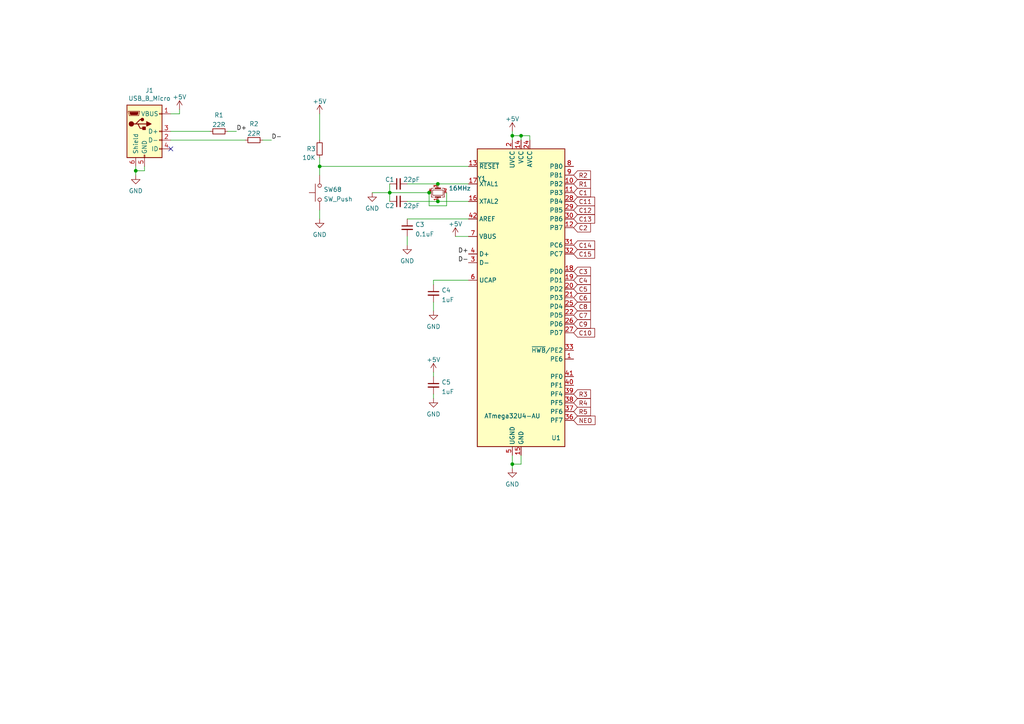
<source format=kicad_sch>
(kicad_sch (version 20211123) (generator eeschema)
  (paper "A4")
  (lib_symbols
    (symbol "Connector:USB_B_Micro" (pin_names (offset 1.016))
      (property "Reference" "J" (at -5.08 11.43 0))
      (property "Value" "USB_B_Micro" (at -5.08 8.89 0))
      (symbol "USB_B_Micro_0_1"
        (rectangle (start -5.08 -7.62) (end 5.08 7.62) (stroke (width 0.254)) (fill (type background)))
        (circle (center -3.81 2.159) (radius 0.635) (stroke (width 0.254)) (fill (type outline)))
        (circle (center -0.635 3.429) (radius 0.381) (stroke (width 0.254)) (fill (type outline)))
        (rectangle (start -0.127 -7.62) (end 0.127 -6.858))
        (polyline (pts (xy -1.905 2.159) (xy 0.635 2.159)) (stroke (width 0.254)))
        (polyline (pts (xy -3.175 2.159) (xy -2.54 2.159) (xy -1.27 3.429) (xy -0.635 3.429)) (stroke (width 0.254)))
        (polyline (pts (xy -2.54 2.159) (xy -1.905 2.159) (xy -1.27 0.889) (xy 0 0.889)) (stroke (width 0.254)))
        (polyline (pts (xy 0.635 2.794) (xy 0.635 1.524) (xy 1.905 2.159) (xy 0.635 2.794)) (stroke (width 0.254)) (fill (type outline)))
        (polyline (pts (xy -4.318 5.588) (xy -1.778 5.588) (xy -2.032 4.826) (xy -4.064 4.826) (xy -4.318 5.588)) (fill (type outline)))
        (polyline (pts (xy -4.699 5.842) (xy -4.699 5.588) (xy -4.445 4.826) (xy -4.445 4.572) (xy -1.651 4.572) (xy -1.651 4.826) (xy -1.397 5.588) (xy -1.397 5.842) (xy -4.699 5.842)))
        (rectangle (start 0.254 1.27) (end -0.508 0.508) (stroke (width 0.254)) (fill (type outline)))
        (rectangle (start 5.08 -5.207) (end 4.318 -4.953))
        (rectangle (start 5.08 -2.667) (end 4.318 -2.413))
        (rectangle (start 5.08 -0.127) (end 4.318 0.127))
        (rectangle (start 5.08 4.953) (end 4.318 5.207))
      )
      (symbol "USB_B_Micro_1_1"
        (pin power_out line (at 7.62 5.08 180) (length 2.54) (name "VBUS") (number "1"))
        (pin bidirectional line (at 7.62 -2.54 180) (length 2.54) (name "D-") (number "2"))
        (pin bidirectional line (at 7.62 0 180) (length 2.54) (name "D+") (number "3"))
        (pin passive line (at 7.62 -5.08 180) (length 2.54) (name "ID") (number "4"))
        (pin power_out line (at 0 -10.16 90) (length 2.54) (name "GND") (number "5"))
        (pin passive line (at -2.54 -10.16 90) (length 2.54) (name "Shield") (number "6"))
      )
    )
    (symbol "Device:C_Small" (pin_numbers hide) (pin_names (offset 0.254) hide)
      (property "Reference" "C" (at 0.254 1.778 0))
      (property "Value" "C_Small" (at 0.254 -2.032 0))
      (symbol "C_Small_0_1"
        (polyline (pts (xy -1.524 -0.508) (xy 1.524 -0.508)) (stroke (width 0.3302)))
        (polyline (pts (xy -1.524 0.508) (xy 1.524 0.508)) (stroke (width 0.3048)))
      )
      (symbol "C_Small_1_1"
        (pin passive line (at 0 2.54 270) (length 2.032) (name "~") (number "1"))
        (pin passive line (at 0 -2.54 90) (length 2.032) (name "~") (number "2"))
      )
    )
    (symbol "Device:Crystal_GND24_Small" (pin_names (offset 1.016) hide)
      (property "Reference" "Y" (at 1.27 4.445 0))
      (property "Value" "Crystal_GND24_Small" (at 1.27 2.54 0))
      (symbol "Crystal_GND24_Small_0_1"
        (rectangle (start -0.762 -1.524) (end 0.762 1.524))
        (polyline (pts (xy -1.27 -0.762) (xy -1.27 0.762)) (stroke (width 0.381)))
        (polyline (pts (xy 1.27 -0.762) (xy 1.27 0.762)) (stroke (width 0.381)))
        (polyline (pts (xy -1.27 -1.27) (xy -1.27 -1.905) (xy 1.27 -1.905) (xy 1.27 -1.27)))
        (polyline (pts (xy -1.27 1.27) (xy -1.27 1.905) (xy 1.27 1.905) (xy 1.27 1.27)))
      )
      (symbol "Crystal_GND24_Small_1_1"
        (pin passive line (at -2.54 0 0) (length 1.27) (name "1") (number "1"))
        (pin passive line (at 0 -2.54 90) (length 0.635) (name "2") (number "2"))
        (pin passive line (at 2.54 0 180) (length 1.27) (name "3") (number "3"))
        (pin passive line (at 0 2.54 270) (length 0.635) (name "4") (number "4"))
      )
    )
    (symbol "Device:R_Small" (pin_numbers hide) (pin_names (offset 0.254) hide)
      (property "Reference" "R" (at 0.762 0.508 0))
      (property "Value" "R_Small" (at 0.762 -1.016 0))
      (symbol "R_Small_0_1"
        (rectangle (start -0.762 1.778) (end 0.762 -1.778) (stroke (width 0.2032)))
      )
      (symbol "R_Small_1_1"
        (pin passive line (at 0 2.54 270) (length 0.762) (name "~") (number "1"))
        (pin passive line (at 0 -2.54 90) (length 0.762) (name "~") (number "2"))
      )
    )
    (symbol "MCU_Microchip_ATmega:ATmega32U4-AU"
      (property "Reference" "U" (at -12.7 44.45 0))
      (property "Value" "MCU_Microchip_ATmega_ATmega32U4-AU" (at 2.54 -44.45 0))
      (symbol "ATmega32U4-AU_0_1"
        (rectangle (start -12.7 -43.18) (end 12.7 43.18) (stroke (width 0.254)) (fill (type background)))
      )
      (symbol "ATmega32U4-AU_1_1"
        (pin bidirectional line (at 15.24 -17.78 180) (length 2.54) (name "PE6") (number "1"))
        (pin bidirectional line (at 15.24 33.02 180) (length 2.54) (name "PB2") (number "10"))
        (pin bidirectional line (at 15.24 30.48 180) (length 2.54) (name "PB3") (number "11"))
        (pin bidirectional line (at 15.24 20.32 180) (length 2.54) (name "PB7") (number "12"))
        (pin input line (at -15.24 38.1 0) (length 2.54) (name "~{RESET}") (number "13"))
        (pin power_in line (at 0 45.72 270) (length 2.54) (name "VCC") (number "14"))
        (pin power_in line (at 0 -45.72 90) (length 2.54) (name "GND") (number "15"))
        (pin output line (at -15.24 27.94 0) (length 2.54) (name "XTAL2") (number "16"))
        (pin input line (at -15.24 33.02 0) (length 2.54) (name "XTAL1") (number "17"))
        (pin bidirectional line (at 15.24 7.62 180) (length 2.54) (name "PD0") (number "18"))
        (pin bidirectional line (at 15.24 5.08 180) (length 2.54) (name "PD1") (number "19"))
        (pin power_in line (at -2.54 45.72 270) (length 2.54) (name "UVCC") (number "2"))
        (pin bidirectional line (at 15.24 2.54 180) (length 2.54) (name "PD2") (number "20"))
        (pin bidirectional line (at 15.24 0 180) (length 2.54) (name "PD3") (number "21"))
        (pin bidirectional line (at 15.24 -5.08 180) (length 2.54) (name "PD5") (number "22"))
        (pin passive line (at 0 -45.72 90) (length 2.54) hide (name "GND") (number "23"))
        (pin power_in line (at 2.54 45.72 270) (length 2.54) (name "AVCC") (number "24"))
        (pin bidirectional line (at 15.24 -2.54 180) (length 2.54) (name "PD4") (number "25"))
        (pin bidirectional line (at 15.24 -7.62 180) (length 2.54) (name "PD6") (number "26"))
        (pin bidirectional line (at 15.24 -10.16 180) (length 2.54) (name "PD7") (number "27"))
        (pin bidirectional line (at 15.24 27.94 180) (length 2.54) (name "PB4") (number "28"))
        (pin bidirectional line (at 15.24 25.4 180) (length 2.54) (name "PB5") (number "29"))
        (pin bidirectional line (at -15.24 10.16 0) (length 2.54) (name "D-") (number "3"))
        (pin bidirectional line (at 15.24 22.86 180) (length 2.54) (name "PB6") (number "30"))
        (pin bidirectional line (at 15.24 15.24 180) (length 2.54) (name "PC6") (number "31"))
        (pin bidirectional line (at 15.24 12.7 180) (length 2.54) (name "PC7") (number "32"))
        (pin bidirectional line (at 15.24 -15.24 180) (length 2.54) (name "~{HWB}/PE2") (number "33"))
        (pin passive line (at 0 45.72 270) (length 2.54) hide (name "VCC") (number "34"))
        (pin passive line (at 0 -45.72 90) (length 2.54) hide (name "GND") (number "35"))
        (pin bidirectional line (at 15.24 -35.56 180) (length 2.54) (name "PF7") (number "36"))
        (pin bidirectional line (at 15.24 -33.02 180) (length 2.54) (name "PF6") (number "37"))
        (pin bidirectional line (at 15.24 -30.48 180) (length 2.54) (name "PF5") (number "38"))
        (pin bidirectional line (at 15.24 -27.94 180) (length 2.54) (name "PF4") (number "39"))
        (pin bidirectional line (at -15.24 12.7 0) (length 2.54) (name "D+") (number "4"))
        (pin bidirectional line (at 15.24 -25.4 180) (length 2.54) (name "PF1") (number "40"))
        (pin bidirectional line (at 15.24 -22.86 180) (length 2.54) (name "PF0") (number "41"))
        (pin passive line (at -15.24 22.86 0) (length 2.54) (name "AREF") (number "42"))
        (pin passive line (at 0 -45.72 90) (length 2.54) hide (name "GND") (number "43"))
        (pin passive line (at 2.54 45.72 270) (length 2.54) hide (name "AVCC") (number "44"))
        (pin passive line (at -2.54 -45.72 90) (length 2.54) (name "UGND") (number "5"))
        (pin passive line (at -15.24 5.08 0) (length 2.54) (name "UCAP") (number "6"))
        (pin input line (at -15.24 17.78 0) (length 2.54) (name "VBUS") (number "7"))
        (pin bidirectional line (at 15.24 38.1 180) (length 2.54) (name "PB0") (number "8"))
        (pin bidirectional line (at 15.24 35.56 180) (length 2.54) (name "PB1") (number "9"))
      )
    )
    (symbol "Switch:SW_Push" (pin_numbers hide) (pin_names (offset 1.016) hide)
      (property "Reference" "SW" (at 1.27 2.54 0))
      (property "Value" "SW_Push" (at 0 -1.524 0))
      (symbol "SW_Push_0_1"
        (circle (center -2.032 0) (radius 0.508))
        (polyline (pts (xy 0 1.27) (xy 0 3.048)))
        (polyline (pts (xy 2.54 1.27) (xy -2.54 1.27)))
        (circle (center 2.032 0) (radius 0.508))
        (pin passive line (at -5.08 0 0) (length 2.54) (name "1") (number "1"))
        (pin passive line (at 5.08 0 180) (length 2.54) (name "2") (number "2"))
      )
    )
    (symbol "power:+5V" (power) (pin_names (offset 0))
      (property "Value" "+5V" (at 0 3.556 0))
      (symbol "+5V_0_1"
        (polyline (pts (xy -0.762 1.27) (xy 0 2.54)))
        (polyline (pts (xy 0 0) (xy 0 2.54)))
        (polyline (pts (xy 0 2.54) (xy 0.762 1.27)))
      )
      (symbol "+5V_1_1"
        (pin power_in line (at 0 0 90) (length 0) hide (name "+5V") (number "1"))
      )
    )
    (symbol "power:GND" (power) (pin_names (offset 0))
      (property "Value" "GND" (at 0 -3.81 0))
      (symbol "GND_0_1"
        (polyline (pts (xy 0 0) (xy 0 -1.27) (xy 1.27 -1.27) (xy 0 -2.54) (xy -1.27 -1.27) (xy 0 -1.27)))
      )
      (symbol "GND_1_1"
        (pin power_in line (at 0 0 270) (length 0) hide (name "GND") (number "1"))
      )
    )
  )
  (junction (at 148.59 134.62))
  (junction (at 151.13 39.37))
  (junction (at 127 53.34))
  (junction (at 127 58.42))
  (junction (at 148.59 39.37))
  (junction (at 92.71 48.26))
  (junction (at 39.37 49.53))
  (junction (at 124.46 55.88))
  (junction (at 113.03 55.88))
  (no_connect (at 49.53 43.18))
  (wire (pts (xy 127 53.34) (xy 135.89 53.34)))
  (wire (pts (xy 92.71 48.26) (xy 92.71 50.8)))
  (wire (pts (xy 125.73 81.28) (xy 125.73 82.55)))
  (wire (pts (xy 135.89 81.28) (xy 125.73 81.28)))
  (wire (pts (xy 127 58.42) (xy 135.89 58.42)))
  (wire (pts (xy 49.53 40.64) (xy 71.12 40.64)))
  (wire (pts (xy 76.2 40.64) (xy 78.74 40.64)))
  (wire (pts (xy 39.37 49.53) (xy 39.37 50.8)))
  (wire (pts (xy 66.04 38.1) (xy 68.58 38.1)))
  (wire (pts (xy 153.67 39.37) (xy 153.67 40.64)))
  (wire (pts (xy 49.53 38.1) (xy 60.96 38.1)))
  (wire (pts (xy 92.71 33.02) (xy 92.71 40.64)))
  (wire (pts (xy 129.54 59.69) (xy 124.46 59.69)))
  (wire (pts (xy 148.59 134.62) (xy 148.59 135.89)))
  (wire (pts (xy 113.03 55.88) (xy 124.46 55.88)))
  (wire (pts (xy 113.03 53.34) (xy 113.03 55.88)))
  (wire (pts (xy 49.53 33.02) (xy 52.07 33.02)))
  (wire (pts (xy 148.59 39.37) (xy 151.13 39.37)))
  (wire (pts (xy 124.46 59.69) (xy 124.46 55.88)))
  (wire (pts (xy 92.71 48.26) (xy 135.89 48.26)))
  (wire (pts (xy 125.73 107.95) (xy 125.73 109.22)))
  (wire (pts (xy 129.54 55.88) (xy 129.54 59.69)))
  (wire (pts (xy 132.08 68.58) (xy 135.89 68.58)))
  (wire (pts (xy 118.11 63.5) (xy 135.89 63.5)))
  (wire (pts (xy 92.71 60.96) (xy 92.71 63.5)))
  (wire (pts (xy 39.37 48.26) (xy 39.37 49.53)))
  (wire (pts (xy 113.03 55.88) (xy 113.03 58.42)))
  (wire (pts (xy 125.73 114.3) (xy 125.73 115.57)))
  (wire (pts (xy 151.13 132.08) (xy 151.13 134.62)))
  (wire (pts (xy 148.59 39.37) (xy 148.59 40.64)))
  (wire (pts (xy 151.13 39.37) (xy 153.67 39.37)))
  (wire (pts (xy 41.91 48.26) (xy 41.91 49.53)))
  (wire (pts (xy 125.73 87.63) (xy 125.73 90.17)))
  (wire (pts (xy 118.11 58.42) (xy 127 58.42)))
  (wire (pts (xy 118.11 53.34) (xy 127 53.34)))
  (wire (pts (xy 151.13 39.37) (xy 151.13 40.64)))
  (wire (pts (xy 148.59 132.08) (xy 148.59 134.62)))
  (wire (pts (xy 107.95 55.88) (xy 113.03 55.88)))
  (wire (pts (xy 39.37 49.53) (xy 41.91 49.53)))
  (wire (pts (xy 148.59 38.1) (xy 148.59 39.37)))
  (wire (pts (xy 92.71 45.72) (xy 92.71 48.26)))
  (wire (pts (xy 148.59 134.62) (xy 151.13 134.62)))
  (wire (pts (xy 52.07 33.02) (xy 52.07 31.75)))
  (wire (pts (xy 118.11 68.58) (xy 118.11 71.12)))
  (label "D+" (at 68.58 38.1 0))
  (label "D-" (at 135.89 76.2 180))
  (label "D-" (at 78.74 40.64 0))
  (label "D+" (at 135.89 73.66 180))
  (global_label "C1" (shape input) (at 166.37 55.88 0) (property "Intersheet References" "${INTERSHEET_REFS}" (effects hide)))
  (global_label "C7" (shape input) (at 166.37 91.44 0) (property "Intersheet References" "${INTERSHEET_REFS}" (effects hide)))
  (global_label "C6" (shape input) (at 166.37 86.36 0) (property "Intersheet References" "${INTERSHEET_REFS}" (effects hide)))
  (global_label "C4" (shape input) (at 166.37 81.28 0) (property "Intersheet References" "${INTERSHEET_REFS}" (effects hide)))
  (global_label "R4" (shape input) (at 166.37 116.84 0) (property "Intersheet References" "${INTERSHEET_REFS}" (effects hide)))
  (global_label "C14" (shape input) (at 166.37 71.12 0) (property "Intersheet References" "${INTERSHEET_REFS}" (effects hide)))
  (global_label "C5" (shape input) (at 166.37 83.82 0) (property "Intersheet References" "${INTERSHEET_REFS}" (effects hide)))
  (global_label "C15" (shape input) (at 166.37 73.66 0) (property "Intersheet References" "${INTERSHEET_REFS}" (effects hide)))
  (global_label "R5" (shape input) (at 166.37 119.38 0) (property "Intersheet References" "${INTERSHEET_REFS}" (effects hide)))
  (global_label "NEO" (shape input) (at 166.37 121.92 0) (property "Intersheet References" "${INTERSHEET_REFS}" (effects hide)))
  (global_label "R3" (shape input) (at 166.37 114.3 0) (property "Intersheet References" "${INTERSHEET_REFS}" (effects hide)))
  (global_label "R1" (shape input) (at 166.37 53.34 0) (property "Intersheet References" "${INTERSHEET_REFS}" (effects hide)))
  (global_label "C8" (shape input) (at 166.37 88.9 0) (property "Intersheet References" "${INTERSHEET_REFS}" (effects hide)))
  (global_label "C13" (shape input) (at 166.37 63.5 0) (property "Intersheet References" "${INTERSHEET_REFS}" (effects hide)))
  (global_label "C11" (shape input) (at 166.37 58.42 0) (property "Intersheet References" "${INTERSHEET_REFS}" (effects hide)))
  (global_label "C3" (shape input) (at 166.37 78.74 0) (property "Intersheet References" "${INTERSHEET_REFS}" (effects hide)))
  (global_label "C10" (shape input) (at 166.37 96.52 0) (property "Intersheet References" "${INTERSHEET_REFS}" (effects hide)))
  (global_label "C9" (shape input) (at 166.37 93.98 0) (property "Intersheet References" "${INTERSHEET_REFS}" (effects hide)))
  (global_label "C12" (shape input) (at 166.37 60.96 0) (property "Intersheet References" "${INTERSHEET_REFS}" (effects hide)))
  (global_label "R2" (shape input) (at 166.37 50.8 0) (property "Intersheet References" "${INTERSHEET_REFS}" (effects hide)))
  (global_label "C2" (shape input) (at 166.37 66.04 0) (property "Intersheet References" "${INTERSHEET_REFS}" (effects hide)))
  (symbol (lib_id "MCU_Microchip_ATmega:ATmega32U4-AU") (at 151.13 86.36 0) (unit 1)
    (property "Reference" "U1" (at 161.29 127 0))
    (property "Value" "ATmega32U4-AU" (at 148.59 120.65 0))
    (property "Footprint" "Package_QFP:TQFP-44_10x10mm_P0.8mm" (effects hide))
    (property "Datasheet" "http://ww1.microchip.com/downloads/en/DeviceDoc/Atmel-7766-8-bit-AVR-ATmega16U4-32U4_Datasheet.pdf" (effects hide))
  )
  (symbol (lib_id "Connector:USB_B_Micro") (at 41.91 38.1 0) (unit 1)
    (property "Reference" "J1" (at 43.3578 26.2382 0))
    (property "Value" "USB_B_Micro" (at 43.3578 28.5496 0))
    (property "Footprint" "Connector_USB:USB_Micro-B_Molex-105017-0001" (effects hide))
  )
  (symbol (lib_id "Device:C_Small") (at 118.11 66.04 0) (unit 1)
    (property "Reference" "C3" (at 120.4341 65.1378 0) (effects (justify left)))
    (property "Value" "0.1uF" (at 120.4341 67.9129 0) (effects (justify left)))
    (property "Footprint" "Capacitor_SMD:C_0805_2012Metric" (effects hide))
  )
  (symbol (lib_id "power:GND") (at 39.37 50.8 0) (unit 1)
    (property "Reference" "#PWR0103" (effects hide))
    (property "Value" "GND" (at 39.37 55.3625 0))
  )
  (symbol (lib_id "power:+5V") (at 92.71 33.02 0) (unit 1)
    (property "Reference" "#PWR0107" (effects hide))
    (property "Value" "+5V" (at 92.71 29.4155 0))
  )
  (symbol (lib_id "Device:R_Small") (at 73.66 40.64 90) (unit 1)
    (property "Reference" "R2" (at 73.66 35.9369 90))
    (property "Value" "22R" (at 73.66 38.712 90))
    (property "Footprint" "Resistor_SMD:R_0805_2012Metric" (effects hide))
  )
  (symbol (lib_id "Device:C_Small") (at 125.73 85.09 0) (unit 1)
    (property "Reference" "C4" (at 128.0541 84.1878 0) (effects (justify left)))
    (property "Value" "1uF" (at 128.0541 86.9629 0) (effects (justify left)))
    (property "Footprint" "Capacitor_SMD:C_0805_2012Metric" (effects hide))
  )
  (symbol (lib_id "power:+5V") (at 125.73 107.95 0) (unit 1)
    (property "Reference" "#PWR0111" (effects hide))
    (property "Value" "+5V" (at 125.73 104.3455 0))
  )
  (symbol (lib_id "Device:C_Small") (at 125.73 111.76 0) (unit 1)
    (property "Reference" "C5" (at 128.0541 110.8578 0) (effects (justify left)))
    (property "Value" "1uF" (at 128.0541 113.6329 0) (effects (justify left)))
    (property "Footprint" "Capacitor_SMD:C_0805_2012Metric" (effects hide))
  )
  (symbol (lib_id "power:GND") (at 92.71 63.5 0) (unit 1)
    (property "Reference" "#PWR0114" (effects hide))
    (property "Value" "GND" (at 92.71 68.0625 0))
  )
  (symbol (lib_id "Switch:SW_Push") (at 92.71 55.88 90) (unit 1)
    (property "Reference" "SW68" (at 93.853 54.9715 90) (effects (justify right)))
    (property "Value" "SW_Push" (at 93.853 57.7466 90) (effects (justify right)))
    (property "Footprint" "Button_Switch_SMD:SW_SPST_PTS645" (effects hide))
  )
  (symbol (lib_id "Device:C_Small") (at 115.57 58.42 90) (unit 1)
    (property "Reference" "C2" (at 113.03 59.69 90))
    (property "Value" "22pF" (at 119.38 59.69 90))
    (property "Footprint" "Capacitor_SMD:C_0805_2012Metric" (effects hide))
  )
  (symbol (lib_id "power:GND") (at 107.95 55.88 0) (unit 1)
    (property "Reference" "#PWR0104" (effects hide))
    (property "Value" "GND" (at 107.95 60.4425 0))
  )
  (symbol (lib_id "power:+5V") (at 52.07 31.75 0) (mirror y) (unit 1)
    (property "Reference" "#PWR0105" (effects hide))
    (property "Value" "+5V" (at 52.07 28.1455 0))
  )
  (symbol (lib_id "Device:Crystal_GND24_Small") (at 127 55.88 90) (unit 1)
    (property "Reference" "Y1" (at 139.7189 51.7865 90))
    (property "Value" "16MHz" (at 133.35 54.61 90))
    (property "Footprint" "Crystal:Crystal_SMD_Abracon_ABM8G-4Pin_3.2x2.5mm" (effects hide))
  )
  (symbol (lib_id "power:GND") (at 125.73 115.57 0) (unit 1)
    (property "Reference" "#PWR0110" (effects hide))
    (property "Value" "GND" (at 125.73 120.1325 0))
  )
  (symbol (lib_id "power:+5V") (at 148.59 38.1 0) (unit 1)
    (property "Reference" "#PWR0113" (effects hide))
    (property "Value" "+5V" (at 148.59 34.4955 0))
  )
  (symbol (lib_id "Device:C_Small") (at 115.57 53.34 90) (unit 1)
    (property "Reference" "C1" (at 113.03 52.07 90))
    (property "Value" "22pF" (at 119.38 52.07 90))
    (property "Footprint" "Capacitor_SMD:C_0805_2012Metric" (effects hide))
  )
  (symbol (lib_id "Device:R_Small") (at 63.5 38.1 90) (unit 1)
    (property "Reference" "R1" (at 63.5 33.3969 90))
    (property "Value" "22R" (at 63.5 36.172 90))
    (property "Footprint" "Resistor_SMD:R_0805_2012Metric" (effects hide))
  )
  (symbol (lib_id "power:GND") (at 125.73 90.17 0) (unit 1)
    (property "Reference" "#PWR0108" (effects hide))
    (property "Value" "GND" (at 125.73 94.7325 0))
  )
  (symbol (lib_id "Device:R_Small") (at 92.71 43.18 0) (unit 1)
    (property "Reference" "R3" (at 88.9 43.18 0) (effects (justify left)))
    (property "Value" "10K" (at 87.63 45.72 0) (effects (justify left)))
    (property "Footprint" "Resistor_SMD:R_0805_2012Metric" (effects hide))
  )
  (symbol (lib_id "power:GND") (at 148.59 135.89 0) (unit 1)
    (property "Reference" "#PWR0112" (effects hide))
    (property "Value" "GND" (at 148.59 140.4525 0))
  )
  (symbol (lib_id "power:+5V") (at 132.08 68.58 0) (unit 1)
    (property "Reference" "#PWR0106" (effects hide))
    (property "Value" "+5V" (at 132.08 64.9755 0))
  )
  (symbol (lib_id "power:GND") (at 118.11 71.12 0) (unit 1)
    (property "Reference" "#PWR0109" (effects hide))
    (property "Value" "GND" (at 118.11 75.6825 0))
  )
)
</source>
